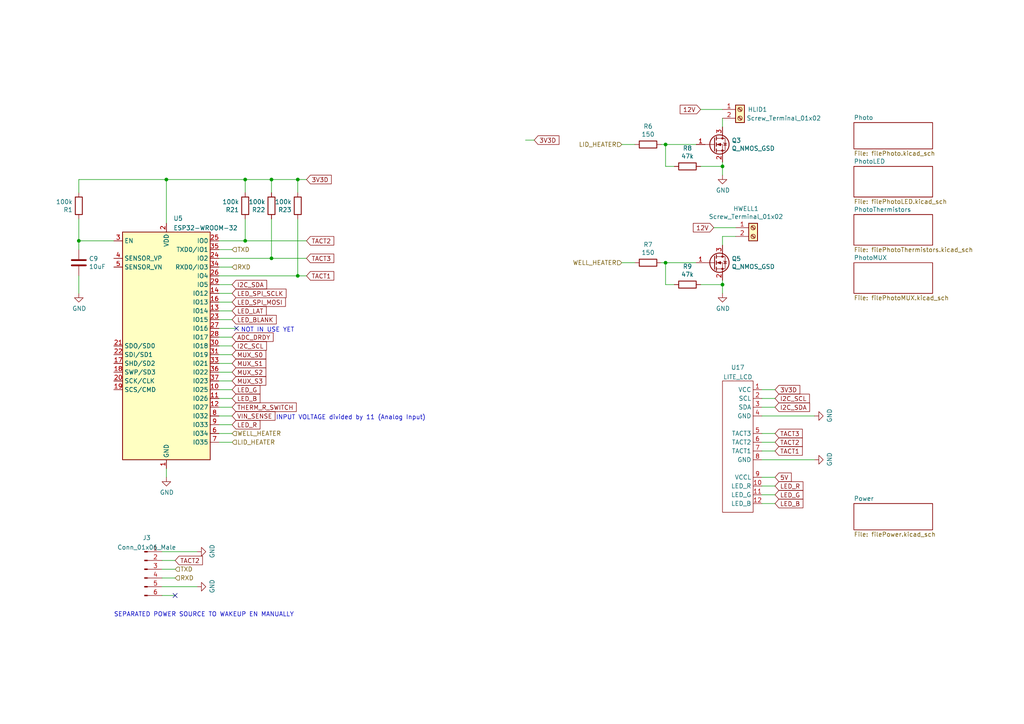
<source format=kicad_sch>
(kicad_sch (version 20211123) (generator eeschema)
  (paper "A4")
  (lib_symbols
    (symbol "Connector:Conn_01x06_Male" (pin_names (offset 1.016) hide)
      (property "Reference" "J" (at 0 7.62 0))
      (property "Value" "Conn_01x06_Male" (at 0 -10.16 0))
      (symbol "Conn_01x06_Male_1_1"
        (polyline (pts (xy 1.27 -7.62) (xy 0.8636 -7.62)) (stroke (width 0.1524)))
        (polyline (pts (xy 1.27 -5.08) (xy 0.8636 -5.08)) (stroke (width 0.1524)))
        (polyline (pts (xy 1.27 -2.54) (xy 0.8636 -2.54)) (stroke (width 0.1524)))
        (polyline (pts (xy 1.27 0) (xy 0.8636 0)) (stroke (width 0.1524)))
        (polyline (pts (xy 1.27 2.54) (xy 0.8636 2.54)) (stroke (width 0.1524)))
        (polyline (pts (xy 1.27 5.08) (xy 0.8636 5.08)) (stroke (width 0.1524)))
        (rectangle (start 0.8636 -7.493) (end 0 -7.747) (stroke (width 0.1524)) (fill (type outline)))
        (rectangle (start 0.8636 -4.953) (end 0 -5.207) (stroke (width 0.1524)) (fill (type outline)))
        (rectangle (start 0.8636 -2.413) (end 0 -2.667) (stroke (width 0.1524)) (fill (type outline)))
        (rectangle (start 0.8636 0.127) (end 0 -0.127) (stroke (width 0.1524)) (fill (type outline)))
        (rectangle (start 0.8636 2.667) (end 0 2.413) (stroke (width 0.1524)) (fill (type outline)))
        (rectangle (start 0.8636 5.207) (end 0 4.953) (stroke (width 0.1524)) (fill (type outline)))
        (pin passive line (at 5.08 5.08 180) (length 3.81) (name "Pin_1") (number "1"))
        (pin passive line (at 5.08 2.54 180) (length 3.81) (name "Pin_2") (number "2"))
        (pin passive line (at 5.08 0 180) (length 3.81) (name "Pin_3") (number "3"))
        (pin passive line (at 5.08 -2.54 180) (length 3.81) (name "Pin_4") (number "4"))
        (pin passive line (at 5.08 -5.08 180) (length 3.81) (name "Pin_5") (number "5"))
        (pin passive line (at 5.08 -7.62 180) (length 3.81) (name "Pin_6") (number "6"))
      )
    )
    (symbol "Connector:Screw_Terminal_01x02" (pin_names (offset 1.016) hide)
      (property "Reference" "J" (at 0 2.54 0))
      (property "Value" "Screw_Terminal_01x02" (at 0 -5.08 0))
      (symbol "Screw_Terminal_01x02_1_1"
        (rectangle (start -1.27 1.27) (end 1.27 -3.81) (stroke (width 0.254)) (fill (type background)))
        (circle (center 0 -2.54) (radius 0.635) (stroke (width 0.1524)))
        (polyline (pts (xy -0.5334 -2.2098) (xy 0.3302 -3.048)) (stroke (width 0.1524)))
        (polyline (pts (xy -0.5334 0.3302) (xy 0.3302 -0.508)) (stroke (width 0.1524)))
        (polyline (pts (xy -0.3556 -2.032) (xy 0.508 -2.8702)) (stroke (width 0.1524)))
        (polyline (pts (xy -0.3556 0.508) (xy 0.508 -0.3302)) (stroke (width 0.1524)))
        (circle (center 0 0) (radius 0.635) (stroke (width 0.1524)))
        (pin passive line (at -5.08 0 0) (length 3.81) (name "Pin_1") (number "1"))
        (pin passive line (at -5.08 -2.54 0) (length 3.81) (name "Pin_2") (number "2"))
      )
    )
    (symbol "Device:C" (pin_numbers hide) (pin_names (offset 0.254))
      (property "Reference" "C" (at 0.635 2.54 0))
      (property "Value" "C" (at 0.635 -2.54 0))
      (symbol "C_0_1"
        (polyline (pts (xy -2.032 -0.762) (xy 2.032 -0.762)) (stroke (width 0.508)))
        (polyline (pts (xy -2.032 0.762) (xy 2.032 0.762)) (stroke (width 0.508)))
      )
      (symbol "C_1_1"
        (pin passive line (at 0 3.81 270) (length 2.794) (name "~") (number "1"))
        (pin passive line (at 0 -3.81 90) (length 2.794) (name "~") (number "2"))
      )
    )
    (symbol "Device:Q_NMOS_GSD" (pin_names (offset 0) hide)
      (property "Reference" "Q" (at 5.08 1.27 0))
      (property "Value" "Q_NMOS_GSD" (at 5.08 -1.27 0))
      (symbol "Q_NMOS_GSD_0_1"
        (polyline (pts (xy 0.254 0) (xy -2.54 0)))
        (polyline (pts (xy 0.254 1.905) (xy 0.254 -1.905)) (stroke (width 0.254)))
        (polyline (pts (xy 0.762 -1.27) (xy 0.762 -2.286)) (stroke (width 0.254)))
        (polyline (pts (xy 0.762 0.508) (xy 0.762 -0.508)) (stroke (width 0.254)))
        (polyline (pts (xy 0.762 2.286) (xy 0.762 1.27)) (stroke (width 0.254)))
        (polyline (pts (xy 2.54 2.54) (xy 2.54 1.778)))
        (polyline (pts (xy 2.54 -2.54) (xy 2.54 0) (xy 0.762 0)))
        (polyline (pts (xy 0.762 -1.778) (xy 3.302 -1.778) (xy 3.302 1.778) (xy 0.762 1.778)))
        (polyline (pts (xy 1.016 0) (xy 2.032 0.381) (xy 2.032 -0.381) (xy 1.016 0)) (fill (type outline)))
        (polyline (pts (xy 2.794 0.508) (xy 2.921 0.381) (xy 3.683 0.381) (xy 3.81 0.254)))
        (polyline (pts (xy 3.302 0.381) (xy 2.921 -0.254) (xy 3.683 -0.254) (xy 3.302 0.381)))
        (circle (center 1.651 0) (radius 2.794) (stroke (width 0.254)))
        (circle (center 2.54 -1.778) (radius 0.254) (fill (type outline)))
        (circle (center 2.54 1.778) (radius 0.254) (fill (type outline)))
      )
      (symbol "Q_NMOS_GSD_1_1"
        (pin input line (at -5.08 0 0) (length 2.54) (name "G") (number "1"))
        (pin passive line (at 2.54 -5.08 90) (length 2.54) (name "S") (number "2"))
        (pin passive line (at 2.54 5.08 270) (length 2.54) (name "D") (number "3"))
      )
    )
    (symbol "Device:R" (pin_numbers hide) (pin_names (offset 0))
      (property "Reference" "R" (at 2.032 0 90))
      (property "Value" "R" (at 0 0 90))
      (symbol "R_0_1"
        (rectangle (start -1.016 -2.54) (end 1.016 2.54) (stroke (width 0.254)))
      )
      (symbol "R_1_1"
        (pin passive line (at 0 3.81 270) (length 1.27) (name "~") (number "1"))
        (pin passive line (at 0 -3.81 90) (length 1.27) (name "~") (number "2"))
      )
    )
    (symbol "Ninja-qPCR:LITE_LCD"
      (property "Reference" "U" (at -3.81 3.81 0))
      (property "Value" "LITE_LCD" (at -3.81 -36.83 0))
      (symbol "LITE_LCD_0_1"
        (rectangle (start 0 2.54) (end -8.89 -35.56) (stroke (width 0.1524)))
      )
      (symbol "LITE_LCD_1_1"
        (pin input line (at 2.54 0 180) (length 2.54) (name "VCC") (number "1"))
        (pin input line (at 2.54 -27.94 180) (length 2.54) (name "LED_R") (number "10"))
        (pin input line (at 2.54 -30.48 180) (length 2.54) (name "LED_G") (number "11"))
        (pin input line (at 2.54 -33.02 180) (length 2.54) (name "LED_B") (number "12"))
        (pin input line (at 2.54 -2.54 180) (length 2.54) (name "SCL") (number "2"))
        (pin input line (at 2.54 -5.08 180) (length 2.54) (name "SDA") (number "3"))
        (pin input line (at 2.54 -7.62 180) (length 2.54) (name "GND") (number "4"))
        (pin input line (at 2.54 -12.7 180) (length 2.54) (name "TACT3") (number "5"))
        (pin input line (at 2.54 -15.24 180) (length 2.54) (name "TACT2") (number "6"))
        (pin input line (at 2.54 -17.78 180) (length 2.54) (name "TACT1") (number "7"))
        (pin input line (at 2.54 -20.32 180) (length 2.54) (name "GND") (number "8"))
        (pin input line (at 2.54 -25.4 180) (length 2.54) (name "VCCL") (number "9"))
      )
    )
    (symbol "RF_Module:ESP32-WROOM-32"
      (property "Reference" "U" (at -12.7 34.29 0))
      (property "Value" "ESP32-WROOM-32" (at 1.27 34.29 0))
      (symbol "ESP32-WROOM-32_0_1"
        (rectangle (start -12.7 33.02) (end 12.7 -33.02) (stroke (width 0.254)) (fill (type background)))
      )
      (symbol "ESP32-WROOM-32_1_1"
        (pin power_in line (at 0 -35.56 90) (length 2.54) (name "GND") (number "1"))
        (pin bidirectional line (at 15.24 -12.7 180) (length 2.54) (name "IO25") (number "10"))
        (pin bidirectional line (at 15.24 -15.24 180) (length 2.54) (name "IO26") (number "11"))
        (pin bidirectional line (at 15.24 -17.78 180) (length 2.54) (name "IO27") (number "12"))
        (pin bidirectional line (at 15.24 10.16 180) (length 2.54) (name "IO14") (number "13"))
        (pin bidirectional line (at 15.24 15.24 180) (length 2.54) (name "IO12") (number "14"))
        (pin passive line (at 0 -35.56 90) (length 2.54) hide (name "GND") (number "15"))
        (pin bidirectional line (at 15.24 12.7 180) (length 2.54) (name "IO13") (number "16"))
        (pin bidirectional line (at -15.24 -5.08 0) (length 2.54) (name "SHD/SD2") (number "17"))
        (pin bidirectional line (at -15.24 -7.62 0) (length 2.54) (name "SWP/SD3") (number "18"))
        (pin bidirectional line (at -15.24 -12.7 0) (length 2.54) (name "SCS/CMD") (number "19"))
        (pin power_in line (at 0 35.56 270) (length 2.54) (name "VDD") (number "2"))
        (pin bidirectional line (at -15.24 -10.16 0) (length 2.54) (name "SCK/CLK") (number "20"))
        (pin bidirectional line (at -15.24 0 0) (length 2.54) (name "SDO/SD0") (number "21"))
        (pin bidirectional line (at -15.24 -2.54 0) (length 2.54) (name "SDI/SD1") (number "22"))
        (pin bidirectional line (at 15.24 7.62 180) (length 2.54) (name "IO15") (number "23"))
        (pin bidirectional line (at 15.24 25.4 180) (length 2.54) (name "IO2") (number "24"))
        (pin bidirectional line (at 15.24 30.48 180) (length 2.54) (name "IO0") (number "25"))
        (pin bidirectional line (at 15.24 20.32 180) (length 2.54) (name "IO4") (number "26"))
        (pin bidirectional line (at 15.24 5.08 180) (length 2.54) (name "IO16") (number "27"))
        (pin bidirectional line (at 15.24 2.54 180) (length 2.54) (name "IO17") (number "28"))
        (pin bidirectional line (at 15.24 17.78 180) (length 2.54) (name "IO5") (number "29"))
        (pin input line (at -15.24 30.48 0) (length 2.54) (name "EN") (number "3"))
        (pin bidirectional line (at 15.24 0 180) (length 2.54) (name "IO18") (number "30"))
        (pin bidirectional line (at 15.24 -2.54 180) (length 2.54) (name "IO19") (number "31"))
        (pin no_connect line (at -12.7 -27.94 0) (length 2.54) hide (name "NC") (number "32"))
        (pin bidirectional line (at 15.24 -5.08 180) (length 2.54) (name "IO21") (number "33"))
        (pin bidirectional line (at 15.24 22.86 180) (length 2.54) (name "RXD0/IO3") (number "34"))
        (pin bidirectional line (at 15.24 27.94 180) (length 2.54) (name "TXD0/IO1") (number "35"))
        (pin bidirectional line (at 15.24 -7.62 180) (length 2.54) (name "IO22") (number "36"))
        (pin bidirectional line (at 15.24 -10.16 180) (length 2.54) (name "IO23") (number "37"))
        (pin passive line (at 0 -35.56 90) (length 2.54) hide (name "GND") (number "38"))
        (pin passive line (at 0 -35.56 90) (length 2.54) hide (name "GND") (number "39"))
        (pin input line (at -15.24 25.4 0) (length 2.54) (name "SENSOR_VP") (number "4"))
        (pin input line (at -15.24 22.86 0) (length 2.54) (name "SENSOR_VN") (number "5"))
        (pin input line (at 15.24 -25.4 180) (length 2.54) (name "IO34") (number "6"))
        (pin input line (at 15.24 -27.94 180) (length 2.54) (name "IO35") (number "7"))
        (pin bidirectional line (at 15.24 -20.32 180) (length 2.54) (name "IO32") (number "8"))
        (pin bidirectional line (at 15.24 -22.86 180) (length 2.54) (name "IO33") (number "9"))
      )
    )
    (symbol "power:GND" (power) (pin_names (offset 0))
      (property "Value" "GND" (at 0 -3.81 0))
      (symbol "GND_0_1"
        (polyline (pts (xy 0 0) (xy 0 -1.27) (xy 1.27 -1.27) (xy 0 -2.54) (xy -1.27 -1.27) (xy 0 -1.27)))
      )
      (symbol "GND_1_1"
        (pin power_in line (at 0 0 270) (length 0) hide (name "GND") (number "1"))
      )
    )
  )
  (junction (at 193.04 41.91))
  (junction (at 22.86 69.85))
  (junction (at 209.55 82.55))
  (junction (at 48.26 52.07))
  (junction (at 86.36 52.07))
  (junction (at 71.12 52.07))
  (junction (at 209.55 48.26))
  (junction (at 86.36 80.01))
  (junction (at 78.74 52.07))
  (junction (at 193.04 76.2))
  (junction (at 78.74 74.93))
  (junction (at 71.12 69.85))
  (no_connect (at 50.8 172.72))
  (no_connect (at 68.58 95.25))
  (wire (pts (xy 46.99 170.18) (xy 57.15 170.18)))
  (wire (pts (xy 71.12 69.85) (xy 88.9 69.85)))
  (wire (pts (xy 203.2 48.26) (xy 209.55 48.26)))
  (wire (pts (xy 63.5 110.49) (xy 67.31 110.49)))
  (wire (pts (xy 63.5 118.11) (xy 67.31 118.11)))
  (wire (pts (xy 193.04 76.2) (xy 191.77 76.2)))
  (wire (pts (xy 46.99 162.56) (xy 50.8 162.56)))
  (wire (pts (xy 78.74 74.93) (xy 88.9 74.93)))
  (wire (pts (xy 63.5 100.33) (xy 67.31 100.33)))
  (wire (pts (xy 193.04 48.26) (xy 193.04 41.91)))
  (wire (pts (xy 213.36 68.58) (xy 209.55 68.58)))
  (wire (pts (xy 48.26 135.89) (xy 48.26 138.43)))
  (wire (pts (xy 220.98 130.81) (xy 224.79 130.81)))
  (wire (pts (xy 207.01 66.04) (xy 213.36 66.04)))
  (wire (pts (xy 71.12 63.5) (xy 71.12 69.85)))
  (wire (pts (xy 193.04 82.55) (xy 193.04 76.2)))
  (wire (pts (xy 201.93 41.91) (xy 193.04 41.91)))
  (wire (pts (xy 48.26 52.07) (xy 22.86 52.07)))
  (wire (pts (xy 86.36 52.07) (xy 88.9 52.07)))
  (wire (pts (xy 63.5 77.47) (xy 67.31 77.47)))
  (wire (pts (xy 220.98 133.35) (xy 236.22 133.35)))
  (wire (pts (xy 63.5 80.01) (xy 86.36 80.01)))
  (wire (pts (xy 22.86 63.5) (xy 22.86 69.85)))
  (wire (pts (xy 220.98 125.73) (xy 224.79 125.73)))
  (wire (pts (xy 22.86 52.07) (xy 22.86 55.88)))
  (wire (pts (xy 220.98 115.57) (xy 224.79 115.57)))
  (wire (pts (xy 86.36 52.07) (xy 86.36 55.88)))
  (wire (pts (xy 63.5 113.03) (xy 67.31 113.03)))
  (wire (pts (xy 220.98 120.65) (xy 236.22 120.65)))
  (wire (pts (xy 63.5 95.25) (xy 68.58 95.25)))
  (wire (pts (xy 203.2 82.55) (xy 209.55 82.55)))
  (wire (pts (xy 46.99 160.02) (xy 57.15 160.02)))
  (wire (pts (xy 220.98 146.05) (xy 224.79 146.05)))
  (wire (pts (xy 78.74 52.07) (xy 78.74 55.88)))
  (wire (pts (xy 195.58 82.55) (xy 193.04 82.55)))
  (wire (pts (xy 63.5 92.71) (xy 67.31 92.71)))
  (wire (pts (xy 63.5 85.09) (xy 67.31 85.09)))
  (wire (pts (xy 209.55 85.09) (xy 209.55 82.55)))
  (wire (pts (xy 63.5 107.95) (xy 67.31 107.95)))
  (wire (pts (xy 220.98 113.03) (xy 224.79 113.03)))
  (wire (pts (xy 180.34 76.2) (xy 184.15 76.2)))
  (wire (pts (xy 86.36 63.5) (xy 86.36 80.01)))
  (wire (pts (xy 78.74 52.07) (xy 86.36 52.07)))
  (wire (pts (xy 63.5 74.93) (xy 78.74 74.93)))
  (wire (pts (xy 22.86 69.85) (xy 33.02 69.85)))
  (wire (pts (xy 22.86 80.01) (xy 22.86 85.09)))
  (wire (pts (xy 63.5 128.27) (xy 67.31 128.27)))
  (wire (pts (xy 48.26 52.07) (xy 48.26 64.77)))
  (wire (pts (xy 86.36 80.01) (xy 88.9 80.01)))
  (wire (pts (xy 63.5 102.87) (xy 67.31 102.87)))
  (wire (pts (xy 48.26 52.07) (xy 71.12 52.07)))
  (wire (pts (xy 46.99 172.72) (xy 50.8 172.72)))
  (wire (pts (xy 63.5 82.55) (xy 67.31 82.55)))
  (wire (pts (xy 201.93 76.2) (xy 193.04 76.2)))
  (wire (pts (xy 209.55 82.55) (xy 209.55 81.28)))
  (wire (pts (xy 46.99 167.64) (xy 50.8 167.64)))
  (wire (pts (xy 209.55 68.58) (xy 209.55 71.12)))
  (wire (pts (xy 63.5 90.17) (xy 67.31 90.17)))
  (wire (pts (xy 63.5 72.39) (xy 67.31 72.39)))
  (wire (pts (xy 46.99 165.1) (xy 50.8 165.1)))
  (wire (pts (xy 63.5 105.41) (xy 67.31 105.41)))
  (wire (pts (xy 78.74 63.5) (xy 78.74 74.93)))
  (wire (pts (xy 71.12 52.07) (xy 78.74 52.07)))
  (wire (pts (xy 220.98 118.11) (xy 224.79 118.11)))
  (wire (pts (xy 22.86 69.85) (xy 22.86 72.39)))
  (wire (pts (xy 220.98 140.97) (xy 224.79 140.97)))
  (wire (pts (xy 63.5 123.19) (xy 67.31 123.19)))
  (wire (pts (xy 154.94 40.64) (xy 152.4 40.64)))
  (wire (pts (xy 180.34 41.91) (xy 184.15 41.91)))
  (wire (pts (xy 63.5 120.65) (xy 67.31 120.65)))
  (wire (pts (xy 63.5 87.63) (xy 67.31 87.63)))
  (wire (pts (xy 63.5 115.57) (xy 67.31 115.57)))
  (wire (pts (xy 209.55 48.26) (xy 209.55 46.99)))
  (wire (pts (xy 193.04 41.91) (xy 191.77 41.91)))
  (wire (pts (xy 220.98 128.27) (xy 224.79 128.27)))
  (wire (pts (xy 209.55 34.29) (xy 209.55 36.83)))
  (wire (pts (xy 220.98 143.51) (xy 224.79 143.51)))
  (wire (pts (xy 209.55 50.8) (xy 209.55 48.26)))
  (wire (pts (xy 63.5 125.73) (xy 67.31 125.73)))
  (wire (pts (xy 71.12 52.07) (xy 71.12 55.88)))
  (wire (pts (xy 63.5 69.85) (xy 71.12 69.85)))
  (wire (pts (xy 63.5 97.79) (xy 67.31 97.79)))
  (wire (pts (xy 195.58 48.26) (xy 193.04 48.26)))
  (wire (pts (xy 203.2 31.75) (xy 209.55 31.75)))
  (wire (pts (xy 220.98 138.43) (xy 224.79 138.43)))
  (text "SEPARATED POWER SOURCE TO WAKEUP EN MANUALLY" (at 33.02 179.07 0) (effects (font (size 1.27 1.27)) (justify left bottom)))
  (text "NOT IN USE YET" (at 69.85 96.52 0) (effects (font (size 1.27 1.27)) (justify left bottom)))
  (text "INPUT VOLTAGE divided by 11 (Analog Input)" (at 80.01 121.92 0) (effects (font (size 1.27 1.27)) (justify left bottom)))
  (global_label "3V3D" (shape input) (at 224.79 113.03 0) (property "Intersheet References" "${INTERSHEET_REFS}" (effects hide)))
  (global_label "LED_SPI_SCLK" (shape input) (at 67.31 85.09 0) (property "Intersheet References" "${INTERSHEET_REFS}" (effects hide)))
  (global_label "I2C_SCL" (shape input) (at 224.79 115.57 0) (property "Intersheet References" "${INTERSHEET_REFS}" (effects hide)))
  (global_label "TACT2" (shape input) (at 50.8 162.56 0) (property "Intersheet References" "${INTERSHEET_REFS}" (effects hide)))
  (global_label "LED_G" (shape input) (at 224.79 143.51 0) (property "Intersheet References" "${INTERSHEET_REFS}" (effects hide)))
  (global_label "LED_LAT" (shape input) (at 67.31 90.17 0) (property "Intersheet References" "${INTERSHEET_REFS}" (effects hide)))
  (global_label "LED_R" (shape input) (at 67.31 123.19 0) (property "Intersheet References" "${INTERSHEET_REFS}" (effects hide)))
  (global_label "TACT2" (shape input) (at 88.9 69.85 0) (property "Intersheet References" "${INTERSHEET_REFS}" (effects hide)))
  (global_label "TACT3" (shape input) (at 224.79 125.73 0) (property "Intersheet References" "${INTERSHEET_REFS}" (effects hide)))
  (global_label "3V3D" (shape input) (at 154.94 40.64 0) (property "Intersheet References" "${INTERSHEET_REFS}" (effects hide)))
  (global_label "MUX_S3" (shape input) (at 67.31 110.49 0) (property "Intersheet References" "${INTERSHEET_REFS}" (effects hide)))
  (global_label "I2C_SDA" (shape input) (at 67.31 82.55 0) (property "Intersheet References" "${INTERSHEET_REFS}" (effects hide)))
  (global_label "THERM_R_SWITCH" (shape input) (at 67.31 118.11 0) (property "Intersheet References" "${INTERSHEET_REFS}" (effects hide)))
  (global_label "TACT1" (shape input) (at 88.9 80.01 0) (property "Intersheet References" "${INTERSHEET_REFS}" (effects hide)))
  (global_label "MUX_S1" (shape input) (at 67.31 105.41 0) (property "Intersheet References" "${INTERSHEET_REFS}" (effects hide)))
  (global_label "LED_SPI_MOSI" (shape input) (at 67.31 87.63 0) (property "Intersheet References" "${INTERSHEET_REFS}" (effects hide)))
  (global_label "LED_R" (shape input) (at 224.79 140.97 0) (property "Intersheet References" "${INTERSHEET_REFS}" (effects hide)))
  (global_label "12V" (shape input) (at 207.01 66.04 180) (property "Intersheet References" "${INTERSHEET_REFS}" (effects hide)))
  (global_label "ADC_DRDY" (shape input) (at 67.31 97.79 0) (property "Intersheet References" "${INTERSHEET_REFS}" (effects hide)))
  (global_label "5V" (shape input) (at 224.79 138.43 0) (property "Intersheet References" "${INTERSHEET_REFS}" (effects hide)))
  (global_label "I2C_SDA" (shape input) (at 224.79 118.11 0) (property "Intersheet References" "${INTERSHEET_REFS}" (effects hide)))
  (global_label "TACT2" (shape input) (at 224.79 128.27 0) (property "Intersheet References" "${INTERSHEET_REFS}" (effects hide)))
  (global_label "TACT3" (shape input) (at 88.9 74.93 0) (property "Intersheet References" "${INTERSHEET_REFS}" (effects hide)))
  (global_label "I2C_SCL" (shape input) (at 67.31 100.33 0) (property "Intersheet References" "${INTERSHEET_REFS}" (effects hide)))
  (global_label "3V3D" (shape input) (at 88.9 52.07 0) (property "Intersheet References" "${INTERSHEET_REFS}" (effects hide)))
  (global_label "12V" (shape input) (at 203.2 31.75 180) (property "Intersheet References" "${INTERSHEET_REFS}" (effects hide)))
  (global_label "MUX_S0" (shape input) (at 67.31 102.87 0) (property "Intersheet References" "${INTERSHEET_REFS}" (effects hide)))
  (global_label "LED_BLANK" (shape input) (at 67.31 92.71 0) (property "Intersheet References" "${INTERSHEET_REFS}" (effects hide)))
  (global_label "LED_B" (shape input) (at 67.31 115.57 0) (property "Intersheet References" "${INTERSHEET_REFS}" (effects hide)))
  (global_label "VIN_SENSE" (shape input) (at 67.31 120.65 0) (property "Intersheet References" "${INTERSHEET_REFS}" (effects hide)))
  (global_label "LED_G" (shape input) (at 67.31 113.03 0) (property "Intersheet References" "${INTERSHEET_REFS}" (effects hide)))
  (global_label "MUX_S2" (shape input) (at 67.31 107.95 0) (property "Intersheet References" "${INTERSHEET_REFS}" (effects hide)))
  (global_label "LED_B" (shape input) (at 224.79 146.05 0) (property "Intersheet References" "${INTERSHEET_REFS}" (effects hide)))
  (global_label "TACT1" (shape input) (at 224.79 130.81 0) (property "Intersheet References" "${INTERSHEET_REFS}" (effects hide)))
  (hierarchical_label "WELL_HEATER" (shape input) (at 67.31 125.73 0))
  (hierarchical_label "RXD" (shape input) (at 50.8 167.64 0))
  (hierarchical_label "LID_HEATER" (shape input) (at 180.34 41.91 180))
  (hierarchical_label "RXD" (shape input) (at 67.31 77.47 0))
  (hierarchical_label "TXD" (shape input) (at 67.31 72.39 0))
  (hierarchical_label "LID_HEATER" (shape input) (at 67.31 128.27 0))
  (hierarchical_label "WELL_HEATER" (shape input) (at 180.34 76.2 180))
  (hierarchical_label "TXD" (shape input) (at 50.8 165.1 0))
  (symbol (lib_id "Device:R") (at 199.39 48.26 270) (unit 1)
    (property "Reference" "R8" (at 199.39 43.0022 90))
    (property "Value" "47k" (at 199.39 45.3136 90))
    (property "Footprint" "Resistor_SMD:R_0603_1608Metric" (effects hide))
  )
  (symbol (lib_id "Device:R") (at 187.96 41.91 270) (unit 1)
    (property "Reference" "R6" (at 187.96 36.6522 90))
    (property "Value" "150" (at 187.96 38.9636 90))
    (property "Footprint" "Resistor_SMD:R_0603_1608Metric" (effects hide))
  )
  (symbol (lib_id "power:GND") (at 209.55 50.8 0) (unit 1)
    (property "Reference" "#PWR05" (effects hide))
    (property "Value" "GND" (at 209.677 55.1942 0))
  )
  (symbol (lib_id "Device:Q_NMOS_GSD") (at 207.01 41.91 0) (unit 1)
    (property "Reference" "Q3" (at 212.1916 40.7416 0) (effects (justify left)))
    (property "Value" "Q_NMOS_GSD" (at 212.1916 43.053 0) (effects (justify left)))
    (property "Footprint" "Ninja-qPCR:SOT95P240X112-3N" (effects hide))
  )
  (symbol (lib_id "Device:R") (at 199.39 82.55 270) (unit 1)
    (property "Reference" "R9" (at 199.39 77.2922 90))
    (property "Value" "47k" (at 199.39 79.6036 90))
    (property "Footprint" "Resistor_SMD:R_0603_1608Metric" (effects hide))
  )
  (symbol (lib_id "Device:R") (at 187.96 76.2 270) (unit 1)
    (property "Reference" "R7" (at 187.96 70.9422 90))
    (property "Value" "150" (at 187.96 73.2536 90))
    (property "Footprint" "Resistor_SMD:R_0603_1608Metric" (effects hide))
  )
  (symbol (lib_id "power:GND") (at 209.55 85.09 0) (unit 1)
    (property "Reference" "#PWR07" (effects hide))
    (property "Value" "GND" (at 209.677 89.4842 0))
  )
  (symbol (lib_id "Device:Q_NMOS_GSD") (at 207.01 76.2 0) (unit 1)
    (property "Reference" "Q5" (at 212.1916 75.0316 0) (effects (justify left)))
    (property "Value" "Q_NMOS_GSD" (at 212.1916 77.343 0) (effects (justify left)))
    (property "Footprint" "Ninja-qPCR:SOT95P240X112-3N" (effects hide))
  )
  (symbol (lib_id "Connector:Screw_Terminal_01x02") (at 218.44 66.04 0) (unit 1)
    (property "Reference" "HWELL1" (at 216.3572 60.5282 0))
    (property "Value" "Screw_Terminal_01x02" (at 216.3572 62.8396 0))
    (property "Footprint" "Ninja-qPCR:TB_SeeedOPL_320110028" (effects hide))
  )
  (symbol (lib_id "Connector:Screw_Terminal_01x02") (at 214.63 31.75 0) (unit 1)
    (property "Reference" "HLID1" (at 219.71 31.75 0))
    (property "Value" "Screw_Terminal_01x02" (at 227.33 34.29 0))
    (property "Footprint" "Ninja-qPCR:TB_SeeedOPL_320110028" (effects hide))
  )
  (symbol (lib_id "power:GND") (at 48.26 138.43 0) (unit 1)
    (property "Reference" "#PWR0104" (effects hide))
    (property "Value" "GND" (at 48.387 142.8242 0))
  )
  (symbol (lib_id "power:GND") (at 57.15 160.02 90) (unit 1)
    (property "Reference" "#PWR0101" (effects hide))
    (property "Value" "GND" (at 61.5442 159.893 0))
  )
  (symbol (lib_id "Device:R") (at 71.12 59.69 180) (unit 1)
    (property "Reference" "R21" (at 69.342 60.8584 0) (effects (justify left)))
    (property "Value" "100k" (at 69.342 58.547 0) (effects (justify left)))
    (property "Footprint" "Resistor_SMD:R_0603_1608Metric" (effects hide))
  )
  (symbol (lib_id "Connector:Conn_01x06_Male") (at 41.91 165.1 0) (unit 1)
    (property "Reference" "J3" (at 42.545 155.9773 0))
    (property "Value" "Conn_01x06_Male" (at 42.545 158.7524 0))
    (property "Footprint" "Connector_PinHeader_2.54mm:PinHeader_1x06_P2.54mm_Vertical" (effects hide))
  )
  (symbol (lib_id "power:GND") (at 236.22 133.35 90) (unit 1)
    (property "Reference" "#PWR0139" (effects hide))
    (property "Value" "GND" (at 240.6142 133.223 0))
  )
  (symbol (lib_id "Device:R") (at 22.86 59.69 180) (unit 1)
    (property "Reference" "R1" (at 21.082 60.8584 0) (effects (justify left)))
    (property "Value" "100k" (at 21.082 58.547 0) (effects (justify left)))
    (property "Footprint" "Resistor_SMD:R_0603_1608Metric" (effects hide))
  )
  (symbol (lib_id "Device:C") (at 22.86 76.2 0) (unit 1)
    (property "Reference" "C9" (at 25.781 75.0316 0) (effects (justify left)))
    (property "Value" "10uF" (at 25.781 77.343 0) (effects (justify left)))
    (property "Footprint" "Capacitor_SMD:C_0805_2012Metric" (effects hide))
  )
  (symbol (lib_id "RF_Module:ESP32-WROOM-32") (at 48.26 100.33 0) (unit 1)
    (property "Reference" "U5" (at 50.2794 63.3435 0) (effects (justify left)))
    (property "Value" "ESP32-WROOM-32" (at 50.2794 66.1186 0) (effects (justify left)))
    (property "Footprint" "RF_Module:ESP32-WROOM-32" (effects hide))
    (property "Datasheet" "https://www.espressif.com/sites/default/files/documentation/esp32-wroom-32_datasheet_en.pdf" (effects hide))
  )
  (symbol (lib_id "power:GND") (at 57.15 170.18 90) (unit 1)
    (property "Reference" "#PWR0102" (effects hide))
    (property "Value" "GND" (at 61.5442 170.053 0))
  )
  (symbol (lib_id "Device:R") (at 86.36 59.69 180) (unit 1)
    (property "Reference" "R23" (at 84.582 60.8584 0) (effects (justify left)))
    (property "Value" "100k" (at 84.582 58.547 0) (effects (justify left)))
    (property "Footprint" "Resistor_SMD:R_0603_1608Metric" (effects hide))
  )
  (symbol (lib_id "Device:R") (at 78.74 59.69 180) (unit 1)
    (property "Reference" "R22" (at 76.962 60.8584 0) (effects (justify left)))
    (property "Value" "100k" (at 76.962 58.547 0) (effects (justify left)))
    (property "Footprint" "Resistor_SMD:R_0603_1608Metric" (effects hide))
  )
  (symbol (lib_id "power:GND") (at 236.22 120.65 90) (unit 1)
    (property "Reference" "#PWR0140" (effects hide))
    (property "Value" "GND" (at 240.6142 120.523 0))
  )
  (symbol (lib_id "power:GND") (at 22.86 85.09 0) (unit 1)
    (property "Reference" "#PWR0103" (effects hide))
    (property "Value" "GND" (at 22.987 89.4842 0))
  )
  (symbol (lib_id "Ninja-qPCR:LITE_LCD") (at 218.44 113.03 0) (unit 1)
    (property "Reference" "U17" (at 213.995 106.5743 0))
    (property "Value" "LITE_LCD" (at 213.995 109.3494 0))
    (property "Footprint" "Ninja-qPCR:LITE_LCD" (effects hide))
  )
  (sheet (at 247.65 35.56) (size 22.86 7.62)
    (property "Sheet name" "Photo" (at 247.65 34.8484 0) (effects (justify left bottom)))
    (property "Sheet file" "filePhoto.kicad_sch" (at 247.65 43.7646 0) (effects (justify left top)))
  )
  (sheet (at 247.65 48.26) (size 22.86 8.89)
    (property "Sheet name" "PhotoLED" (at 247.65 47.5484 0) (effects (justify left bottom)))
    (property "Sheet file" "filePhotoLED.kicad_sch" (at 247.65 57.7346 0) (effects (justify left top)))
  )
  (sheet (at 247.65 62.23) (size 22.86 8.89)
    (property "Sheet name" "PhotoThermistors" (at 247.65 61.5184 0) (effects (justify left bottom)))
    (property "Sheet file" "filePhotoThermistors.kicad_sch" (at 247.65 71.7046 0) (effects (justify left top)))
  )
  (sheet (at 247.65 76.2) (size 22.86 8.89)
    (property "Sheet name" "PhotoMUX" (at 247.65 75.4884 0) (effects (justify left bottom)))
    (property "Sheet file" "filePhotoMUX.kicad_sch" (at 247.65 85.6746 0) (effects (justify left top)))
  )
  (sheet (at 247.65 146.05) (size 22.86 7.62) (stroke (width 0.1524))
    (property "Sheet name" "Power" (at 247.65 145.3384 0) (effects (justify left bottom)))
    (property "Sheet file" "filePower.kicad_sch" (at 247.65 154.2546 0) (effects (justify left top)))
  )
)
</source>
